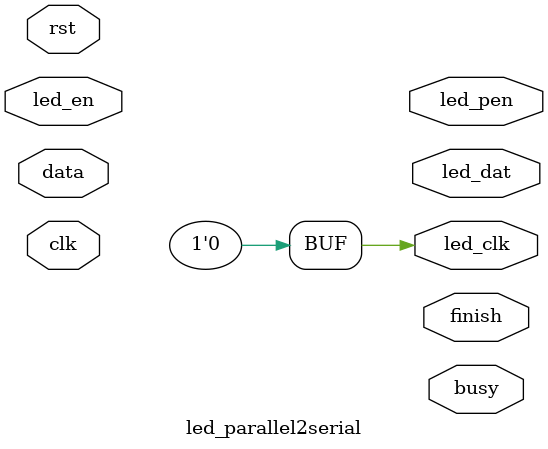
<source format=v>
/**
 * LED Parallel-Serial Converter.
 * Author: Frank Shaw    <xiaoqingzhe@gmail.com>
 */

module led_parallel2serial (
	input wire clk,  // main clock should be 200MHz
	input wire rst,  // synchronous reset
	input wire [15:0] data,  // parallel input data
	input wire led_en,	// led enable signal
	output reg busy,  // busy flag
	output reg finish,  // finish acknowledgement
	output reg led_clk = 0,  // serial clock
	output wire led_pen,	// serial enable output
	output wire led_dat  // serial output data
	);
	
endmodule

</source>
